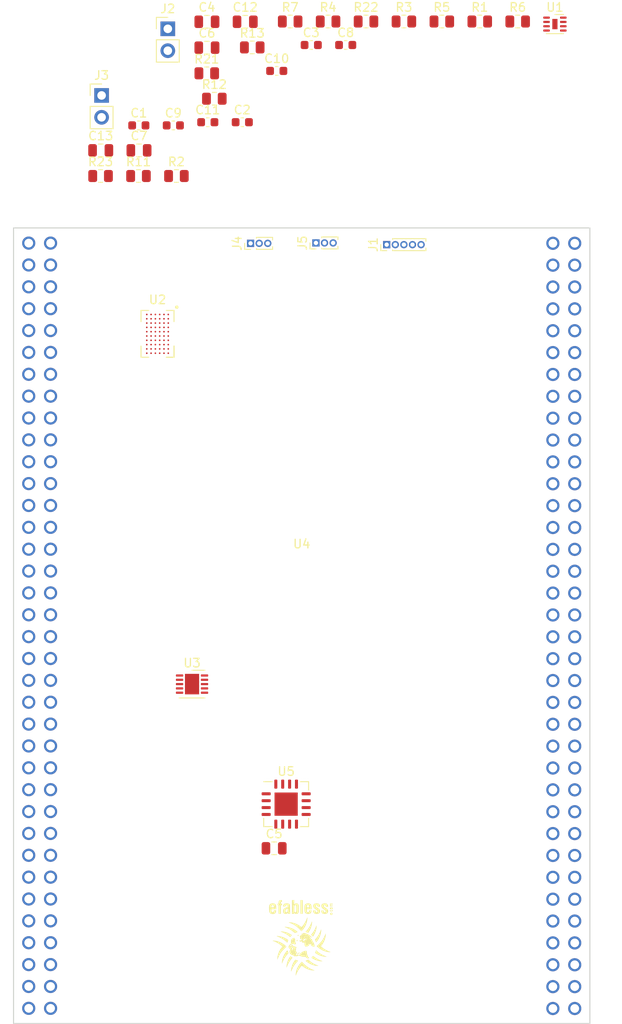
<source format=kicad_pcb>
(kicad_pcb (version 20211014) (generator pcbnew)
  (layers (0 "F.Cu" signal) (31 "B.Cu" signal) (34 "B.Paste" user) (35 "F.Paste" user) (36 "B.SilkS" user "B.Silkscreen") (37 "F.SilkS" user "F.Silkscreen") (38 "B.Mask" user) (39 "F.Mask" user) (44 "Edge.Cuts" user))
  (net 0 "")
  (net 1 "vdda1")
  (net 2 "GND")
  (net 3 "vccd")
  (net 4 "vdda")
  (net 5 "V3.3")
  (net 6 "V1.8")
  (net 7 "+5V")
  (net 8 "Net-(C7-Pad1)")
  (net 9 "vccd2")
  (net 10 "vdda2")
  (net 11 "Net-(C13-Pad1)")
  (net 12 "Net-(R1-Pad1)")
  (net 13 "Net-(R2-Pad1)")
  (net 14 "Net-(R3-Pad1)")
  (net 15 "Net-(R4-Pad1)")
  (net 16 "Net-(R5-Pad1)")
  (net 17 "I2C2_SDA")
  (net 18 "I2C2_SCL")
  (net 19 "Net-(R11-Pad1)")
  (net 20 "VOUT1")
  (net 21 "Net-(R13-Pad1)")
  (net 22 "Net-(R21-Pad1)")
  (net 23 "VOUT2")
  (net 24 "Net-(R23-Pad1)")
  (net 26 "PG0")
  (net 27 "PC8")
  (net 28 "PB4")
  (net 29 "PB1")
  (net 30 "PB6")
  (net 31 "PB12")
  (net 32 "PC6")
  (net 33 "PD7")
  (net 34 "PG1")
  (net 35 "PB5")
  (net 36 "PB15")
  (net 37 "PB2")
  (net 38 "PB8")
  (net 39 "PC9")
  (net 40 "~{RST}")
  (net 41 "PD6")
  (net 42 "PG3")
  (net 43 "PG15")
  (net 44 "PB9")
  (net 45 "TIM3_CH2")
  (net 46 "Caravel_CSB")
  (net 47 "PG2")
  (net 48 "PD5")
  (net 49 "mprj_io[13]")
  (net 50 "mprj_io[0]")
  (net 51 "Caravel_SCK")
  (net 52 "Caravel_D1")
  (net 53 "Caravel_D0")
  (net 54 "PD3")
  (net 55 "PC0")
  (net 56 "mprj_io[11]")
  (net 57 "mprj_io[9]")
  (net 58 "mprj_io[7]")
  (net 59 "UART3_TX")
  (net 60 "SPI5_CS")
  (net 61 "SPI5_MOSI")
  (net 62 "gpio")
  (net 63 "PD4")
  (net 64 "mprj_io[12]")
  (net 65 "mprj_io[10]")
  (net 66 "mprj_io[8]")
  (net 67 "UART3_RX")
  (net 68 "SPI5_SCK")
  (net 69 "SPI5_MISO")
  (footprint "Resistor_SMD:R_0805_2012Metric" (layer "F.Cu") (at 102.0996 41.0432)
    (fp_text reference "R13" (at 0 -1.65) (layer "F.SilkS"))
    (fp_text value "499 1% - 0805W8F1202T5E")
    (pad "1" smd roundrect (at -0.9125 0) (size 1.025 1.4) (layers "F.Cu" "F.Paste" "F.Mask") (roundrect_rratio 0.243902) (net 21 "Net-(R13-Pad1)"))
    (pad "2" smd roundrect (at 0.9125 0) (size 1.025 1.4) (layers "F.Cu" "F.Paste" "F.Mask") (roundrect_rratio 0.243902) (net 19 "Net-(R11-Pad1)"))
  )
  (footprint "Resistor_SMD:R_0805_2012Metric" (layer "F.Cu") (at 106.5096 38.0332)
    (fp_text reference "R7" (at 0 -1.65) (layer "F.SilkS"))
    (fp_text value "4.7K 1% - 0805W8F1202T5E")
    (pad "1" smd roundrect (at -0.9125 0) (size 1.025 1.4) (layers "F.Cu" "F.Paste" "F.Mask") (roundrect_rratio 0.243902) (net 7 "+5V"))
    (pad "2" smd roundrect (at 0.9125 0) (size 1.025 1.4) (layers "F.Cu" "F.Paste" "F.Mask") (roundrect_rratio 0.243902) (net 18 "I2C2_SCL"))
  )
  (footprint "Connector_PinHeader_1.00mm:PinHeader_1x05_P1.00mm_Vertical" (layer "F.Cu") (at 117.7356 63.9572 90)
    (fp_text reference "J1" (at 0 -1.56 90) (layer "F.SilkS"))
    (fp_text value "Conn_01x05_Female")
    (pad "1" thru_hole rect (at 0 0 90) (size 0.85 0.85) (drill 0.5) (layers *.Cu *.Mask) (net 10 "vdda2"))
    (pad "2" thru_hole oval (at 0 1 90) (size 0.85 0.85) (drill 0.5) (layers *.Cu *.Mask) (net 9 "vccd2"))
    (pad "3" thru_hole oval (at 0 2 90) (size 0.85 0.85) (drill 0.5) (layers *.Cu *.Mask) (net 62 "gpio"))
    (pad "4" thru_hole oval (at 0 3 90) (size 0.85 0.85) (drill 0.5) (layers *.Cu *.Mask) (net 45 "TIM3_CH2"))
    (pad "5" thru_hole oval (at 0 4 90) (size 0.85 0.85) (drill 0.5) (layers *.Cu *.Mask) (net 1 "vdda1"))
  )
  (footprint "Resistor_SMD:R_0805_2012Metric" (layer "F.Cu") (at 88.8696 55.9832)
    (fp_text reference "R11" (at 0 -1.65) (layer "F.SilkS"))
    (fp_text value "360 1% - 0805W8F1202T5E")
    (pad "1" smd roundrect (at -0.9125 0) (size 1.025 1.4) (layers "F.Cu" "F.Paste" "F.Mask") (roundrect_rratio 0.243902) (net 19 "Net-(R11-Pad1)"))
    (pad "2" smd roundrect (at 0.9125 0) (size 1.025 1.4) (layers "F.Cu" "F.Paste" "F.Mask") (roundrect_rratio 0.243902) (net 20 "VOUT1"))
  )
  (footprint "Resistor_SMD:R_0805_2012Metric" (layer "F.Cu") (at 115.3296 38.0332)
    (fp_text reference "R22" (at 0 -1.65) (layer "F.SilkS"))
    (fp_text value "4.02K 1% - 0805W8F1202T5E")
    (pad "1" smd roundrect (at -0.9125 0) (size 1.025 1.4) (layers "F.Cu" "F.Paste" "F.Mask") (roundrect_rratio 0.243902) (net 2 "GND"))
    (pad "2" smd roundrect (at 0.9125 0) (size 1.025 1.4) (layers "F.Cu" "F.Paste" "F.Mask") (roundrect_rratio 0.243902) (net 22 "Net-(R21-Pad1)"))
  )
  (footprint "Resistor_SMD:R_0805_2012Metric" (layer "F.Cu") (at 119.7396 38.0332)
    (fp_text reference "R3" (at 0 -1.65) (layer "F.SilkS"))
    (fp_text value "10k")
    (pad "1" smd roundrect (at -0.9125 0) (size 1.025 1.4) (layers "F.Cu" "F.Paste" "F.Mask") (roundrect_rratio 0.243902) (net 14 "Net-(R3-Pad1)"))
    (pad "2" smd roundrect (at 0.9125 0) (size 1.025 1.4) (layers "F.Cu" "F.Paste" "F.Mask") (roundrect_rratio 0.243902) (net 7 "+5V"))
  )
  (footprint "Package_DFN_QFN:QFN-16-1EP_5x5mm_P0.8mm_EP2.7x2.7mm" (layer "F.Cu") (at 106.0428 128.9566)
    (fp_text reference "U5" (at 0 -3.8) (layer "F.SilkS"))
    (fp_text value "MCP4661")
    (pad "1" smd roundrect (at -2.325 -1.2) (size 1.05 0.35) (layers "F.Cu" "F.Paste" "F.Mask") (net 2 "GND"))
    (pad "2" smd roundrect (at -2.325 -0.4) (size 1.05 0.35) (layers "F.Cu" "F.Paste" "F.Mask") (net 18 "I2C2_SCL"))
    (pad "3" smd roundrect (at -2.325 0.4) (size 1.05 0.35) (layers "F.Cu" "F.Paste" "F.Mask") (net 17 "I2C2_SDA"))
    (pad "4" smd roundrect (at -2.325 1.2) (size 1.05 0.35) (layers "F.Cu" "F.Paste" "F.Mask") (net 2 "GND"))
    (pad "5" smd roundrect (at -1.2 2.325) (size 0.35 1.05) (layers "F.Cu" "F.Paste" "F.Mask") (net 2 "GND"))
    (pad "6" smd roundrect (at -0.4 2.325) (size 0.35 1.05) (layers "F.Cu" "F.Paste" "F.Mask") (net 24 "Net-(R23-Pad1)"))
    (pad "7" smd roundrect (at 0.4 2.325) (size 0.35 1.05) (layers "F.Cu" "F.Paste" "F.Mask") (net 7 "+5V"))
    (pad "8" smd roundrect (at 1.2 2.325) (size 0.35 1.05) (layers "F.Cu" "F.Paste" "F.Mask") (net 7 "+5V"))
    (pad "9" smd roundrect (at 2.325 1.2) (size 1.05 0.35) (layers "F.Cu" "F.Paste" "F.Mask") (net 21 "Net-(R13-Pad1)"))
    (pad "10" smd roundrect (at 2.325 0.4) (size 1.05 0.35) (layers "F.Cu" "F.Paste" "F.Mask") (net 2 "GND"))
    (pad "11" smd roundrect (at 2.325 -0.4) (size 1.05 0.35) (layers "F.Cu" "F.Paste" "F.Mask") (net 16 "Net-(R5-Pad1)"))
    (pad "12" smd roundrect (at 2.325 -1.2) (size 1.05 0.35) (layers "F.Cu" "F.Paste" "F.Mask") (net 2 "GND"))
    (pad "13" smd roundrect (at 1.2 -2.325) (size 0.35 1.05) (layers "F.Cu" "F.Paste" "F.Mask") (net 2 "GND"))
    (pad "14" smd roundrect (at 0.4 -2.325) (size 0.35 1.05) (layers "F.Cu" "F.Paste" "F.Mask") (net 7 "+5V"))
    (pad "15" smd roundrect (at -0.4 -2.325) (size 0.35 1.05) (layers "F.Cu" "F.Paste" "F.Mask"))
    (pad "16" smd roundrect (at -1.2 -2.325) (size 0.35 1.05) (layers "F.Cu" "F.Paste" "F.Mask"))
    (pad "17" smd rect (at 0 0) (size 2.7 2.7) (layers "F.Cu" "F.Mask"))
  )
  (footprint "Capacitor_SMD:C_0805_2012Metric" (layer "F.Cu") (at 84.4796 53.0032)
    (fp_text reference "C13" (at 0 -1.68) (layer "F.SilkS"))
    (fp_text value "0.1uf - CC0805KRX7R9BB104")
    (pad "1" smd roundrect (at -0.95 0) (size 1 1.45) (layers "F.Cu" "F.Paste" "F.Mask") (net 11 "Net-(C13-Pad1)"))
    (pad "2" smd roundrect (at 0.95 0) (size 1 1.45) (layers "F.Cu" "F.Paste" "F.Mask") (net 2 "GND"))
  )
  (footprint "Connector_PinHeader_2.54mm:PinHeader_1x02_P2.54mm_Vertical" (layer "F.Cu") (at 92.2796 38.8832)
    (fp_text reference "J2" (at 0 -2.33) (layer "F.SilkS"))
    (fp_text value "Conn_01x02_Male")
    (pad "1" thru_hole rect (at 0 0) (size 1.7 1.7) (drill 1) (layers *.Cu *.Mask) (net 4 "vdda"))
    (pad "2" thru_hole oval (at 0 2.54) (size 1.7 1.7) (drill 1) (layers *.Cu *.Mask) (net 4 "vdda"))
  )
  (footprint "Resistor_SMD:R_0805_2012Metric" (layer "F.Cu") (at 110.9196 38.0332)
    (fp_text reference "R4" (at 0 -1.65) (layer "F.SilkS"))
    (fp_text value "10k")
    (pad "1" smd roundrect (at -0.9125 0) (size 1.025 1.4) (layers "F.Cu" "F.Paste" "F.Mask") (roundrect_rratio 0.243902) (net 15 "Net-(R4-Pad1)"))
    (pad "2" smd roundrect (at 0.9125 0) (size 1.025 1.4) (layers "F.Cu" "F.Paste" "F.Mask") (roundrect_rratio 0.243902) (net 7 "+5V"))
  )
  (footprint "Capacitor_SMD:C_0603_1608Metric" (layer "F.Cu") (at 112.9696 40.7632)
    (fp_text reference "C8" (at 0 -1.43) (layer "F.SilkS"))
    (fp_text value "0.1uf")
    (pad "1" smd roundrect (at -0.775 0) (size 0.9 0.95) (layers "F.Cu" "F.Paste" "F.Mask") (net 2 "GND"))
    (pad "2" smd roundrect (at 0.775 0) (size 0.9 0.95) (layers "F.Cu" "F.Paste" "F.Mask") (net 3 "vccd"))
  )
  (footprint "Capacitor_SMD:C_0603_1608Metric" (layer "F.Cu") (at 96.9296 49.7332)
    (fp_text reference "C11" (at 0 -1.43) (layer "F.SilkS"))
    (fp_text value "0.1uf")
    (pad "1" smd roundrect (at -0.775 0) (size 0.9 0.95) (layers "F.Cu" "F.Paste" "F.Mask") (net 2 "GND"))
    (pad "2" smd roundrect (at 0.775 0) (size 0.9 0.95) (layers "F.Cu" "F.Paste" "F.Mask") (net 10 "vdda2"))
  )
  (footprint "Caravel_Board:ef_logo" (layer "F.Cu") (at 107.696 140.97)
    (fp_text reference "T2" hide)
    (fp_text value "Logo" hide)
  )
  (footprint "Capacitor_SMD:C_0805_2012Metric" (layer "F.Cu") (at 101.2796 38.0632)
    (fp_text reference "C12" (at 0 -1.68) (layer "F.SilkS"))
    (fp_text value "10uf - CC0805KKX5R8BB106")
    (pad "1" smd roundrect (at -0.95 0) (size 1 1.45) (layers "F.Cu" "F.Paste" "F.Mask") (net 2 "GND"))
    (pad "2" smd roundrect (at 0.95 0) (size 1 1.45) (layers "F.Cu" "F.Paste" "F.Mask") (net 7 "+5V"))
  )
  (footprint "Capacitor_SMD:C_0805_2012Metric" (layer "F.Cu") (at 88.9296 53.0032)
    (fp_text reference "C7" (at 0 -1.68) (layer "F.SilkS"))
    (fp_text value "0.1uf - CC0805KRX7R9BB104")
    (pad "1" smd roundrect (at -0.95 0) (size 1 1.45) (layers "F.Cu" "F.Paste" "F.Mask") (net 8 "Net-(C7-Pad1)"))
    (pad "2" smd roundrect (at 0.95 0) (size 1 1.45) (layers "F.Cu" "F.Paste" "F.Mask") (net 2 "GND"))
  )
  (footprint "Caravel_Board:logo" (layer "F.Cu") (at 107.7976 145.4912)
    (fp_text reference "T1" hide)
    (fp_text value "Logo" hide)
  )
  (footprint "Capacitor_SMD:C_0603_1608Metric" (layer "F.Cu") (at 104.9496 43.7732)
    (fp_text reference "C10" (at 0 -1.43) (layer "F.SilkS"))
    (fp_text value "0.1uf")
    (pad "1" smd roundrect (at -0.775 0) (size 0.9 0.95) (layers "F.Cu" "F.Paste" "F.Mask") (net 2 "GND"))
    (pad "2" smd roundrect (at 0.775 0) (size 0.9 0.95) (layers "F.Cu" "F.Paste" "F.Mask") (net 4 "vdda"))
  )
  (footprint "Connector_PinHeader_2.54mm:PinHeader_1x02_P2.54mm_Vertical" (layer "F.Cu") (at 84.5796 46.6232)
    (fp_text reference "J3" (at 0 -2.33) (layer "F.SilkS"))
    (fp_text value "Conn_01x02_Male")
    (pad "1" thru_hole rect (at 0 0) (size 1.7 1.7) (drill 1) (layers *.Cu *.Mask) (net 3 "vccd"))
    (pad "2" thru_hole oval (at 0 2.54) (size 1.7 1.7) (drill 1) (layers *.Cu *.Mask) (net 3 "vccd"))
  )
  (footprint "Caravel_Board:ST_Morpho_Connectors_144" (layer "F.Cu") (at 107.8992 98.6028)
    (fp_text reference "U4" (at -0.045 0.13) (layer "F.SilkS"))
    (fp_text value "NUCLEO144-F429ZI")
    (fp_line (start -33.56 55.84) (end 33.47 55.84) (layer "Edge.Cuts") (width 0.12))
    (fp_line (start -33.56 -36.59) (end 33.47 -36.59) (layer "Edge.Cuts") (width 0.12))
    (fp_line (start -33.56 -36.59) (end -33.56 55.84) (layer "Edge.Cuts") (width 0.12))
    (fp_line (start 33.47 -36.59) (end 33.47 55.84) (layer "Edge.Cuts") (width 0.12))
    (pad "1" thru_hole circle (at -31.795 -34.825) (size 1.53 1.53) (drill 1.02) (layers *.Cu *.Mask) (net 59 "UART3_TX"))
    (pad "2" thru_hole circle (at -29.255 -34.825) (size 1.53 1.53) (drill 1.02) (layers *.Cu *.Mask) (net 67 "UART3_RX"))
    (pad "3" thru_hole circle (at -31.795 -32.285) (size 1.53 1.53) (drill 1.02) (layers *.Cu *.Mask))
    (pad "4" thru_hole circle (at -29.255 -32.285) (size 1.53 1.53) (drill 1.02) (layers *.Cu *.Mask) (net 49 "mprj_io[13]"))
    (pad "5" thru_hole circle (at -31.795 -29.745) (size 1.53 1.53) (drill 1.02) (layers *.Cu *.Mask))
    (pad "6" thru_hole circle (at -29.255 -29.745) (size 1.53 1.53) (drill 1.02) (layers *.Cu *.Mask))
    (pad "7" thru_hole circle (at -31.795 -27.205) (size 1.53 1.53) (drill 1.02) (layers *.Cu *.Mask))
    (pad "8" thru_hole circle (at -29.255 -27.205) (size 1.53 1.53) (drill 1.02) (layers *.Cu *.Mask) (net 2 "GND"))
    (pad "9" thru_hole circle (at -31.795 -24.665) (size 1.53 1.53) (drill 1.02) (layers *.Cu *.Mask) (net 60 "SPI5_CS"))
    (pad "10" thru_hole circle (at -29.255 -24.665) (size 1.53 1.53) (drill 1.02) (layers *.Cu *.Mask))
    (pad "11" thru_hole circle (at -31.795 -22.125) (size 1.53 1.53) (drill 1.02) (layers *.Cu *.Mask) (net 68 "SPI5_SCK"))
    (pad "12" thru_hole circle (at -29.255 -22.125) (size 1.53 1.53) (drill 1.02) (layers *.Cu *.Mask))
    (pad "13" thru_hole circle (at -31.795 -19.585) (size 1.53 1.53) (drill 1.02) (layers *.Cu *.Mask) (net 64 "mprj_io[12]"))
    (pad "14" thru_hole circle (at -29.255 -19.585) (size 1.53 1.53) (drill 1.02) (layers *.Cu *.Mask) (net 40 "~{RST}"))
    (pad "15" thru_hole circle (at -31.795 -17.045) (size 1.53 1.53) (drill 1.02) (layers *.Cu *.Mask) (net 56 "mprj_io[11]"))
    (pad "16" thru_hole circle (at -29.255 -17.045) (size 1.53 1.53) (drill 1.02) (layers *.Cu *.Mask))
    (pad "17" thru_hole circle (at -31.795 -14.505) (size 1.53 1.53) (drill 1.02) (layers *.Cu *.Mask) (net 65 "mprj_io[10]"))
    (pad "18" thru_hole circle (at -29.255 -14.505) (size 1.53 1.53) (drill 1.02) (layers *.Cu *.Mask) (net 7 "+5V"))
    (pad "19" thru_hole circle (at -31.795 -11.965) (size 1.53 1.53) (drill 1.02) (layers *.Cu *.Mask) (net 2 "GND"))
    (pad "20" thru_hole circle (at -29.255 -11.965) (size 1.53 1.53) (drill 1.02) (layers *.Cu *.Mask) (net 2 "GND"))
    (pad "21" thru_hole circle (at -31.795 -9.425) (size 1.53 1.53) (drill 1.02) (layers *.Cu *.Mask))
    (pad "22" thru_hole circle (at -29.255 -9.425) (size 1.53 1.53) (drill 1.02) (layers *.Cu *.Mask) (net 2 "GND"))
    (pad "23" thru_hole circle (at -31.795 -6.885) (size 1.53 1.53) (drill 1.02) (layers *.Cu *.Mask))
    (pad "24" thru_hole circle (at -29.255 -6.885) (size 1.53 1.53) (drill 1.02) (layers *.Cu *.Mask))
    (pad "25" thru_hole circle (at -31.795 -4.345) (size 1.53 1.53) (drill 1.02) (layers *.Cu *.Mask))
    (pad "26" thru_hole circle (at -29.255 -4.345) (size 1.53 1.53) (drill 1.02) (layers *.Cu *.Mask))
    (pad "27" thru_hole circle (at -31.795 -1.805) (size 1.53 1.53) (drill 1.02) (layers *.Cu *.Mask))
    (pad "28" thru_hole circle (at -29.255 -1.805) (size 1.53 1.53) (drill 1.02) (layers *.Cu *.Mask) (net 57 "mprj_io[9]"))
    (pad "29" thru_hole circle (at -31.795 0.735) (size 1.53 1.53) (drill 1.02) (layers *.Cu *.Mask))
    (pad "30" thru_hole circle (at -29.255 0.735) (size 1.53 1.53) (drill 1.02) (layers *.Cu *.Mask))
    (pad "31" thru_hole circle (at -31.795 3.275) (size 1.53 1.53) (drill 1.02) (layers *.Cu *.Mask))
    (pad "32" thru_hole circle (at -29.255 3.275) (size 1.53 1.53) (drill 1.02) (layers *.Cu *.Mask) (net 66 "mprj_io[8]"))
    (pad "33" thru_hole circle (at -31.795 5.815) (size 1.53 1.53) (drill 1.02) (layers *.Cu *.Mask))
    (pad "34" thru_hole circle (at -29.255 5.815) (size 1.53 1.53) (drill 1.02) (layers *.Cu *.Mask))
    (pad "35" thru_hole circle (at -31.795 8.355) (size 1.53 1.53) (drill 1.02) (layers *.Cu *.Mask) (net 58 "mprj_io[7]"))
    (pad "36" thru_hole circle (at -29.255 8.355) (size 1.53 1.53) (drill 1.02) (layers *.Cu *.Mask))
    (pad "37" thru_hole circle (at -31.795 10.895) (size 1.53 1.53) (drill 1.02) (layers *.Cu *.Mask) (net 50 "mprj_io[0]"))
    (pad "38" thru_hole circle (at -29.255 10.895) (size 1.53 1.53) (drill 1.02) (layers *.Cu *.Mask) (net 55 "PC0"))
    (pad "39" thru_hole circle (at -31.795 13.435) (size 1.53 1.53) (drill 1.02) (layers *.Cu *.Mask) (net 63 "PD4"))
    (pad "40" thru_hole circle (at -29.255 13.435) (size 1.53 1.53) (drill 1.02) (layers *.Cu *.Mask) (net 54 "PD3"))
    (pad "41" thru_hole circle (at -31.795 15.975) (size 1.53 1.53) (drill 1.02) (layers *.Cu *.Mask) (net 48 "PD5"))
    (pad "42" thru_hole circle (at -29.255 15.975) (size 1.53 1.53) (drill 1.02) (layers *.Cu *.Mask) (net 47 "PG2"))
    (pad "43" thru_hole circle (at -31.795 18.515) (size 1.53 1.53) (drill 1.02) (layers *.Cu *.Mask) (net 41 "PD6"))
    (pad "44" thru_hole circle (at -29.255 18.515) (size 1.53 1.53) (drill 1.02) (layers *.Cu *.Mask) (net 42 "PG3"))
    (pad "45" thru_hole circle (at -31.795 21.055) (size 1.53 1.53) (drill 1.02) (layers *.Cu *.Mask) (net 33 "PD7"))
    (pad "46" thru_hole circle (at -29.255 21.055) (size 1.53 1.53) (drill 1.02) (layers *.Cu *.Mask))
    (pad "47" thru_hole circle (at -31.795 23.595) (size 1.53 1.53) (drill 1.02) (layers *.Cu *.Mask))
    (pad "48" thru_hole circle (at -29.255 23.595) (size 1.53 1.53) (drill 1.02) (layers *.Cu *.Mask))
    (pad "49" thru_hole circle (at -31.795 26.135) (size 1.53 1.53) (drill 1.02) (layers *.Cu *.Mask) (net 2 "GND"))
    (pad "50" thru_hole circle (at -29.255 26.135) (size 1.53 1.53) (drill 1.02) (layers *.Cu *.Mask))
    (pad "51" thru_hole circle (at -31.795 28.675) (size 1.53 1.53) (drill 1.02) (layers *.Cu *.Mask) (net 18 "I2C2_SCL"))
    (pad "52" thru_hole circle (at -29.255 28.675) (size 1.53 1.53) (drill 1.02) (layers *.Cu *.Mask))
    (pad "53" thru_hole circle (at -31.795 31.215) (size 1.53 1.53) (drill 1.02) (layers *.Cu *.Mask) (net 17 "I2C2_SDA"))
    (pad "54" thru_hole circle (at -29.255 31.215) (size 1.53 1.53) (drill 1.02) (layers *.Cu *.Mask) (net 69 "SPI5_MISO"))
    (pad "55" thru_hole circle (at -31.795 33.755) (size 1.53 1.53) (drill 1.02) (layers *.Cu *.Mask))
    (pad "56" thru_hole circle (at -29.255 33.755) (size 1.53 1.53) (drill 1.02) (layers *.Cu *.Mask) (net 61 "SPI5_MOSI"))
    (pad "57" thru_hole circle (at -31.795 36.295) (size 1.53 1.53) (drill 1.02) (layers *.Cu *.Mask))
    (pad "58" thru_hole circle (at -29.255 36.295) (size 1.53 1.53) (drill 1.02) (layers *.Cu *.Mask) (net 34 "PG1"))
    (pad "59" thru_hole circle (at -31.795 38.835) (size 1.53 1.53) (drill 1.02) (layers *.Cu *.Mask) (net 26 "PG0"))
    (pad "60" thru_hole circle (at -29.255 38.835) (size 1.53 1.53) (drill 1.02) (layers *.Cu *.Mask) (net 2 "GND"))
    (pad "61" thru_hole circle (at -31.795 41.375) (size 1.53 1.53) (drill 1.02) (layers *.Cu *.Mask))
    (pad "62" thru_hole circle (at -29.255 41.375) (size 1.53 1.53) (drill 1.02) (layers *.Cu *.Mask))
    (pad "63" thru_hole circle (at -31.795 43.915) (size 1.53 1.53) (drill 1.02) (layers *.Cu *.Mask))
    (pad "64" thru_hole circle (at -29.255 43.915) (size 1.53 1.53) (drill 1.02) (layers *.Cu *.Mask) (net 42 "PG3"))
    (pad "65" thru_hole circle (at -31.795 46.455) (size 1.53 1.53) (drill 1.02) (layers *.Cu *.Mask))
    (pad "66" thru_hole circle (at -29.255 46.455) (size 1.53 1.53) (drill 1.02) (layers *.Cu *.Mask))
    (pad "67" thru_hole circle (at -31.795 48.995) (size 1.53 1.53) (drill 1.02) (layers *.Cu *.Mask))
    (pad "68" thru_hole circle (at -29.255 48.995) (size 1.53 1.53) (drill 1.02) (layers *.Cu *.Mask))
    (pad "69" thru_hole circle (at -31.795 51.535) (size 1.53 1.53) (drill 1.02) (layers *.Cu *.Mask))
    (pad "70" thru_hole circle (at -29.255 51.535) (size 1.53 1.53) (drill 1.02) (layers *.Cu *.Mask))
    (pad "71" thru_hole circle (at -31.795 54.075) (size 1.53 1.53) (drill 1.02) (layers *.Cu *.Mask) (net 2 "GND"))
    (pad "72" thru_hole circle (at -29.255 54.075) (size 1.53 1.53) (drill 1.02) (layers *.Cu *.Mask) (net 2 "GND"))
    (pad "73" thru_hole circle (at 29.165 -34.805) (size 1.53 1.53) (drill 1.02) (layers *.Cu *.Mask) (net 39 "PC9"))
    (pad "74" thru_hole circle (at 31.705 -34.805) (size 1.53 1.53) (drill 1.02) (layers *.Cu *.Mask))
    (pad "75" thru_hole circle (at 29.165 -32.265) (size 1.53 1.53) (drill 1.02) (layers *.Cu *.Mask))
    (pad "76" thru_hole circle (at 31.705 -32.265) (size 1.53 1.53) (drill 1.02) (layers *.Cu *.Mask))
    (pad "77" thru_hole circle (at 29.165 -29.725) (size 1.53 1.53) (drill 1.02) (layers *.Cu *.Mask))
    (pad "78" thru_hole circle (at 31.705 -29.725) (size 1.53 1.53) (drill 1.02) (layers *.Cu *.Mask))
    (pad "79" thru_hole circle (at 29.165 -27.185) (size 1.53 1.53) (drill 1.02) (layers *.Cu *.Mask))
    (pad "80" thru_hole circle (at 31.705 -27.185) (size 1.53 1.53) (drill 1.02) (layers *.Cu *.Mask))
    (pad "81" thru_hole circle (at 29.165 -24.645) (size 1.53 1.53) (drill 1.02) (layers *.Cu *.Mask) (net 2 "GND"))
    (pad "82" thru_hole circle (at 31.705 -24.645) (size 1.53 1.53) (drill 1.02) (layers *.Cu *.Mask))
    (pad "83" thru_hole circle (at 29.165 -22.105) (size 1.53 1.53) (drill 1.02) (layers *.Cu *.Mask))
    (pad "84" thru_hole circle (at 31.705 -22.105) (size 1.53 1.53) (drill 1.02) (layers *.Cu *.Mask))
    (pad "85" thru_hole circle (at 29.165 -19.565) (size 1.53 1.53) (drill 1.02) (layers *.Cu *.Mask))
    (pad "86" thru_hole circle (at 31.705 -19.565) (size 1.53 1.53) (drill 1.02) (layers *.Cu *.Mask))
    (pad "87" thru_hole circle (at 29.165 -17.025) (size 1.53 1.53) (drill 1.02) (layers *.Cu *.Mask))
    (pad "88" thru_hole circle (at 31.705 -17.025) (size 1.53 1.53) (drill 1.02) (layers *.Cu *.Mask))
    (pad "89" thru_hole circle (at 29.165 -14.485) (size 1.53 1.53) (drill 1.02) (layers *.Cu *.Mask))
    (pad "90" thru_hole circle (at 31.705 -14.485) (size 1.53 1.53) (drill 1.02) (layers *.Cu *.Mask))
    (pad "91" thru_hole circle (at 29.165 -11.945) (size 1.53 1.53) (drill 1.02) (layers *.Cu *.Mask))
    (pad "92" thru_hole circle (at 31.705 -11.945) (size 1.53 1.53) (drill 1.02) (layers *.Cu *.Mask) (net 2 "GND"))
    (pad "93" thru_hole circle (at 29.165 -9.405) (size 1.53 1.53) (drill 1.02) (layers *.Cu *.Mask))
    (pad "94" thru_hole circle (at 31.705 -9.405) (size 1.53 1.53) (drill 1.02) (layers *.Cu *.Mask))
    (pad "95" thru_hole circle (at 29.165 -6.865) (size 1.53 1.53) (drill 1.02) (layers *.Cu *.Mask))
    (pad "96" thru_hole circle (at 31.705 -6.865) (size 1.53 1.53) (drill 1.02) (layers *.Cu *.Mask))
    (pad "97" thru_hole circle (at 29.165 -4.325) (size 1.53 1.53) (drill 1.02) (layers *.Cu *.Mask))
    (pad "98" thru_hole circle (at 31.705 -4.325) (size 1.53 1.53) (drill 1.02) (layers *.Cu *.Mask))
    (pad "99" thru_hole circle (at 29.165 -1.785) (size 1.53 1.53) (drill 1.02) (layers *.Cu *.Mask))
    (pad "100" thru_hole circle (at 31.705 -1.785) (size 1.53 1.53) (drill 1.02) (layers *.Cu *.Mask))
    (pad "101" thru_hole circle (at 29.165 0.755) (size 1.53 1.53) (drill 1.02) (layers *.Cu *.Mask) (net 45 "TIM3_CH2"))
    (pad "102" thru_hole circle (at 31.705 0.755) (size 1.53 1.53) (drill 1.02) (layers *.Cu *.Mask))
    (pad "103" thru_hole circle (at 29.165 3.295) (size 1.53 1.53) (drill 1.02) (layers *.Cu *.Mask))
    (pad "104" thru_hole circle (at 31.705 3.295) (size 1.53 1.53) (drill 1.02) (layers *.Cu *.Mask) (net 2 "GND"))
    (pad "105" thru_hole circle (at 29.165 5.835) (size 1.53 1.53) (drill 1.02) (layers *.Cu *.Mask))
    (pad "106" thru_hole circle (at 31.705 5.835) (size 1.53 1.53) (drill 1.02) (layers *.Cu *.Mask))
    (pad "107" thru_hole circle (at 29.165 8.375) (size 1.53 1.53) (drill 1.02) (layers *.Cu *.Mask))
    (pad "108" thru_hole circle (at 31.705 8.375) (size 1.53 1.53) (drill 1.02) (layers *.Cu *.Mask))
    (pad "109" thru_hole circle (at 29.165 10.915) (size 1.53 1.53) (drill 1.02) (layers *.Cu *.Mask))
    (pad "110" thru_hole circle (at 31.705 10.915) (size 1.53 1.53) (drill 1.02) (layers *.Cu *.Mask))
    (pad "111" thru_hole circle (at 29.165 13.455) (size 1.53 1.53) (drill 1.02) (layers *.Cu *.Mask) (net 2 "GND"))
    (pad "112" thru_hole circle (at 31.705 13.455) (size 1.53 1.53) (drill 1.02) (layers *.Cu *.Mask))
    (pad "113" thru_hole circle (at 29.165 15.995) (size 1.53 1.53) (drill 1.02) (layers *.Cu *.Mask))
    (pad "114" thru_hole circle (at 31.705 15.995) (size 1.53 1.53) (drill 1.02) (layers *.Cu *.Mask))
    (pad "115" thru_hole circle (at 29.165 18.535) (size 1.53 1.53) (drill 1.02) (layers *.Cu *.Mask))
    (pad "116" thru_hole circle (at 31.705 18.535) (size 1.53 1.53) (drill 1.02) (layers *.Cu *.Mask))
    (pad "117" thru_hole circle (at 29.165 21.075) (size 1.53 1.53) (drill 1.02) (layers *.Cu *.Mask))
    (pad "118" thru_hole circle (at 31.705 21.075) (size 1.53 1.53) (drill 1.02) (layers *.Cu *.Mask))
    (pad "119" thru_hole circle (at 29.165 23.615) (size 1.53 1.53) (drill 1.02) (layers *.Cu *.Mask))
    (pad "120" thru_hole circle (at 31.705 23.615) (size 1.53 1.53) (drill 1.02) (layers *.Cu *.Mask))
    (pad "121" thru_hole circle (at 29.165 26.155) (size 1.53 1.53) (drill 1.02) (layers *.Cu *.Mask) (net 51 "Caravel_SCK"))
    (pad "122" thru_hole circle (at 31.705 26.155) (size 1.53 1.53) (drill 1.02) (layers *.Cu *.Mask))
    (pad "123" thru_hole circle (at 29.165 28.695) (size 1.53 1.53) (drill 1.02) (layers *.Cu *.Mask) (net 53 "Caravel_D0"))
    (pad "124" thru_hole circle (at 31.705 28.695) (size 1.53 1.53) (drill 1.02) (layers *.Cu *.Mask))
    (pad "125" thru_hole circle (at 29.165 31.235) (size 1.53 1.53) (drill 1.02) (layers *.Cu *.Mask))
    (pad "126" thru_hole circle (at 31.705 31.235) (size 1.53 1.53) (drill 1.02) (layers *.Cu *.Mask) (net 2 "GND"))
    (pad "127" thru_hole circle (at 29.165 33.775) (size 1.53 1.53) (drill 1.02) (layers *.Cu *.Mask) (net 52 "Caravel_D1"))
    (pad "128" thru_hole circle (at 31.705 33.775) (size 1.53 1.53) (drill 1.02) (layers *.Cu *.Mask) (net 46 "Caravel_CSB"))
    (pad "129" thru_hole circle (at 29.165 36.315) (size 1.53 1.53) (drill 1.02) (layers *.Cu *.Mask))
    (pad "130" thru_hole circle (at 31.705 36.315) (size 1.53 1.53) (drill 1.02) (layers *.Cu *.Mask))
    (pad "131" thru_hole circle (at 29.165 38.855) (size 1.53 1.53) (drill 1.02) (layers *.Cu *.Mask))
    (pad "132" thru_hole circle (at 31.705 38.855) (size 1.53 1.53) (drill 1.02) (layers *.Cu *.Mask))
    (pad "133" thru_hole circle (at 29.165 41.395) (size 1.53 1.53) (drill 1.02) (layers *.Cu *.Mask))
    (pad "134" thru_hole circle (at 31.705 41.395) (size 1.53 1.53) (drill 1.02) (layers *.Cu *.Mask))
    (pad "135" thru_hole circle (at 29.165 43.935) (size 1.53 1.53) (drill 1.02) (layers *.Cu *.Mask) (net 2 "GND"))
    (pad "136" thru_hole circle (at 31.705 43.935) (size 1.53 1.53) (drill 1.02) (layers *.Cu *.Mask))
    (pad "137" thru_hole circle (at 29.165 46.475) (size 1.53 1.53) (drill 1.02) (layers *.Cu *.Mask))
    (pad "138" thru_hole circle (at 31.705 46.475) (size 1.53 1.53) (drill 1.02) (layers *.Cu *.Mask))
    (pad "139" thru_hole circle (at 29.165 49.015) (size 1.53 1.53) (drill 1.02) (layers *.Cu *.Mask))
    (pad "140" thru_hole circle (at 31.705 49.015) (size 1.53 1.53) (drill 1.02) (layers *.Cu *.Mask))
    (pad "141" thru_hole circle (at 29.165 51.555) (size 1.53 1.53) (drill 1.02) (layers *.Cu *.Mask))
    (pad "142" thru_hole circle (at 31.705 51.555) (size 1.53 1.53) (drill 1.02) (layers *.Cu *.Mask))
    (pad "143" thru_hole circle (at 29.165 54.095) (size 1.53 1.53) (drill 1.02) (layers *.Cu *.Mask) (net 2 "GND"))
    (pad "144" thru_hole circle (at 31.705 54.095) (size 1.53 1.53) (drill 1.02) (layers *.Cu *.Mask) (net 2 "GND"))
  )
  (footprint "Capacitor_SMD:C_0603_1608Metric" (layer "F.Cu") (at 100.9396 49.7332)
    (fp_text reference "C2" (at 0 -1.43) (layer "F.SilkS"))
    (fp_text value "0.1uf")
    (pad "1" smd roundrect (at -0.775 0) (size 0.9 0.95) (layers "F.Cu" "F.Paste" "F.Mask") (net 2 "GND"))
    (pad "2" smd roundrect (at 0.775 0) (size 0.9 0.95) (layers "F.Cu" "F.Paste" "F.Mask") (net 3 "vccd"))
  )
  (footprint "Resistor_SMD:R_0805_2012Metric" (layer "F.Cu") (at 124.1496 38.0332)
    (fp_text reference "R5" (at 0 -1.65) (layer "F.SilkS"))
    (fp_text value "10k")
    (pad "1" smd roundrect (at -0.9125 0) (size 1.025 1.4) (layers "F.Cu" "F.Paste" "F.Mask") (roundrect_rratio 0.243902) (net 16 "Net-(R5-Pad1)"))
    (pad "2" smd roundrect (at 0.9125 0) (size 1.025 1.4) (layers "F.Cu" "F.Paste" "F.Mask") (roundrect_rratio 0.243902) (net 7 "+5V"))
  )
  (footprint "Capacitor_SMD:C_0603_1608Metric" (layer "F.Cu") (at 108.9596 40.7632)
    (fp_text reference "C3" (at 0 -1.43) (layer "F.SilkS"))
    (fp_text value "0.1uf")
    (pad "1" smd roundrect (at -0.775 0) (size 0.9 0.95) (layers "F.Cu" "F.Paste" "F.Mask") (net 4 "vdda"))
    (pad "2" smd roundrect (at 0.775 0) (size 0.9 0.95) (layers "F.Cu" "F.Paste" "F.Mask") (net 2 "GND"))
  )
  (footprint "Connector_PinHeader_1.00mm:PinHeader_1x03_P1.00mm_Vertical" (layer "F.Cu") (at 109.506 63.7568 90)
    (fp_text reference "J5" (at 0 -1.56 90) (layer "F.SilkS"))
    (fp_text value "Conn_01x03")
    (pad "1" thru_hole rect (at 0 0 90) (size 0.85 0.85) (drill 0.5) (layers *.Cu *.Mask) (net 5 "V3.3"))
    (pad "2" thru_hole oval (at 0 1 90) (size 0.85 0.85) (drill 0.5) (layers *.Cu *.Mask) (net 4 "vdda"))
    (pad "3" thru_hole oval (at 0 2 90) (size 0.85 0.85) (drill 0.5) (layers *.Cu *.Mask) (net 20 "VOUT1"))
  )
  (footprint "Caravel_Board:Caravel_WCSP" (layer "F.Cu") (at 91.0844 74.3204)
    (fp_text reference "U2" (at 0 -3.9624) (layer "F.SilkS"))
    (fp_text value "Caravel")
    (pad "A1" smd circle (at 1.25 -2.25 90) (size 0.19 0.19) (layers "F.Cu" "F.Paste" "F.Mask") (net 26 "PG0"))
    (pad "A2" smd circle (at 1.25 -1.75 270) (size 0.19 0.19) (layers "F.Cu" "F.Paste" "F.Mask") (net 9 "vccd2"))
    (pad "A3" smd circle (at 1.25 -1.25 270) (size 0.19 0.19) (layers "F.Cu" "F.Paste" "F.Mask") (net 27 "PC8"))
    (pad "A4" smd circle (at 1.25 -0.75 270) (size 0.19 0.19) (layers "F.Cu" "F.Paste" "F.Mask") (net 28 "PB4"))
    (pad "A5" smd circle (at 1.25 -0.25 270) (size 0.19 0.19) (layers "F.Cu" "F.Paste" "F.Mask") (net 29 "PB1"))
    (pad "A6" smd circle (at 1.25 0.25 270) (size 0.19 0.19) (layers "F.Cu" "F.Paste" "F.Mask") (net 30 "PB6"))
    (pad "A7" smd circle (at 1.25 0.75 270) (size 0.19 0.19) (layers "F.Cu" "F.Paste" "F.Mask") (net 31 "PB12"))
    (pad "A8" smd circle (at 1.25 1.25 270) (size 0.19 0.19) (layers "F.Cu" "F.Paste" "F.Mask") (net 32 "PC6"))
    (pad "A9" smd circle (at 1.25 1.75 270) (size 0.19 0.19) (layers "F.Cu" "F.Paste" "F.Mask") (net 27 "PC8"))
    (pad "A10" smd circle (at 1.25 2.25 270) (size 0.19 0.19) (layers "F.Cu" "F.Paste" "F.Mask") (net 3 "vccd"))
    (pad "B1" smd circle (at 0.75 -2.25 270) (size 0.19 0.19) (layers "F.Cu" "F.Paste" "F.Mask") (net 33 "PD7"))
    (pad "B2" smd circle (at 0.75 -1.75 270) (size 0.19 0.19) (layers "F.Cu" "F.Paste" "F.Mask") (net 34 "PG1"))
    (pad "B3" smd circle (at 0.75 -1.25 270) (size 0.19 0.19) (layers "F.Cu" "F.Paste" "F.Mask") (net 2 "GND"))
    (pad "B4" smd circle (at 0.75 -0.75 270) (size 0.19 0.19) (layers "F.Cu" "F.Paste" "F.Mask") (net 35 "PB5"))
    (pad "B5" smd circle (at 0.75 -0.25 270) (size 0.19 0.19) (layers "F.Cu" "F.Paste" "F.Mask") (net 36 "PB15"))
    (pad "B6" smd circle (at 0.75 0.25 270) (size 0.19 0.19) (layers "F.Cu" "F.Paste" "F.Mask") (net 37 "PB2"))
    (pad "B7" smd circle (at 0.75 0.75 270) (size 0.19 0.19) (layers "F.Cu" "F.Paste" "F.Mask") (net 2 "GND"))
    (pad "B8" smd circle (at 0.75 1.25 270) (size 0.19 0.19) (layers "F.Cu" "F.Paste" "F.Mask") (net 38 "PB8"))
    (pad "B9" smd circle (at 0.75 1.75 270) (size 0.19 0.19) (layers "F.Cu" "F.Paste" "F.Mask") (net 39 "PC9"))
    (pad "B10" smd circle (at 0.75 2.25 270) (size 0.19 0.19) (layers "F.Cu" "F.Paste" "F.Mask") (net 40 "~{RST}"))
    (pad "C1" smd circle (at 0.25 -2.25 270) (size 0.19 0.19) (layers "F.Cu" "F.Paste" "F.Mask") (net 41 "PD6"))
    (pad "C2" smd circle (at 0.25 -1.75 270) (size 0.19 0.19) (layers "F.Cu" "F.Paste" "F.Mask") (net 42 "PG3"))
    (pad "C3" smd circle (at 0.25 -1.25 270) (size 0.19 0.19) (layers "F.Cu" "F.Paste" "F.Mask") (net 43 "PG15"))
    (pad "C4" smd circle (at 0.25 -0.75 270) (size 0.19 0.19) (layers "F.Cu" "F.Paste" "F.Mask") (net 4 "vdda"))
    (pad "C5" smd circle (at 0.25 -0.25 270) (size 0.19 0.19) (layers "F.Cu" "F.Paste" "F.Mask") (net 2 "GND"))
    (pad "C6" smd circle (at 0.25 0.25 270) (size 0.19 0.19) (layers "F.Cu" "F.Paste" "F.Mask") (net 2 "GND"))
    (pad "C7" smd circle (at 0.25 0.75 270) (size 0.19 0.19) (layers "F.Cu" "F.Paste" "F.Mask") (net 10 "vdda2"))
    (pad "C8" smd circle (at 0.25 1.25 270) (size 0.19 0.19) (layers "F.Cu" "F.Paste" "F.Mask") (net 44 "PB9"))
    (pad "C9" smd circle (at 0.25 1.75 270) (size 0.19 0.19) (layers "F.Cu" "F.Paste" "F.Mask") (net 45 "TIM3_CH2"))
    (pad "C10" smd circle (at 0.25 2.25 270) (size 0.19 0.19) (layers "F.Cu" "F.Paste" "F.Mask") (net 46 "Caravel_CSB"))
    (pad "D1" smd circle (at -0.25 -2.25 270) (size 0.19 0.19) (layers "F.Cu" "F.Paste" "F.Mask") (net 47 "PG2"))
    (pad "D2" smd circle (at -0.25 -1.75 270) (size 0.19 0.19) (layers "F.Cu" "F.Paste" "F.Mask") (net 48 "PD5"))
    (pad "D3" smd circle (at -0.25 -1.25 270) (size 0.19 0.19) (layers "F.Cu" "F.Paste" "F.Mask") (net 49 "mprj_io[13]"))
    (pad "D4" smd circle (at -0.25 -0.75 270) (size 0.19 0.19) (layers "F.Cu" "F.Paste" "F.Mask") (net 1 "vdda1"))
    (pad "D5" smd circle (at -0.25 -0.25 270) (size 0.19 0.19) (layers "F.Cu" "F.Paste" "F.Mask") (net 2 "GND"))
    (pad "D6" smd circle (at -0.25 0.25 270) (size 0.19 0.19) (layers "F.Cu" "F.Paste" "F.Mask") (net 2 "GND"))
    (pad "D7" smd circle (at -0.25 0.75 270) (size 0.19 0.19) (layers "F.Cu" "F.Paste" "F.Mask") (net 50 "mprj_io[0]"))
    (pad "D8" smd circle (at -0.25 1.25 270) (size 0.19 0.19) (layers "F.Cu" "F.Paste" "F.Mask") (net 51 "Caravel_SCK"))
    (pad "D9" smd circle (at -0.25 1.75 270) (size 0.19 0.19) (layers "F.Cu" "F.Paste" "F.Mask") (net 52 "Caravel_D1"))
    (pad "D10" smd circle (at -0.25 2.25 270) (size 0.19 0.19) (layers "F.Cu" "F.Paste" "F.Mask") (net 53 "Caravel_D0"))
    (pad "E1" smd circle (at -0.75 -2.25 270) (size 0.19 0.19) (layers "F.Cu" "F.Paste" "F.Mask") (net 54 "PD3"))
    (pad "E2" smd circle (at -0.75 -1.75 270) (size 0.19 0.19) (layers "F.Cu" "F.Paste" "F.Mask") (net 55 "PC0"))
    (pad "E3" smd circle (at -0.75 -1.25 270) (size 0.19 0.19) (layers "F.Cu" "F.Paste" "F.Mask") (net 56 "mprj_io[11]"))
    (pad "E4" smd circle (at -0.75 -0.75 270) (size 0.19 0.19) (layers "F.Cu" "F.Paste" "F.Mask") (net 57 "mprj_io[9]"))
    (pad "E5" smd circle (at -0.75 -0.25 270) (size 0.19 0.19) (layers "F.Cu" "F.Paste" "F.Mask") (net 58 "mprj_io[7]"))
    (pad "E6" smd circle (at -0.75 0.25 270) (size 0.19 0.19) (layers "F.Cu" "F.Paste" "F.Mask") (net 2 "GND"))
    (pad "E7" smd circle (at -0.75 0.75 270) (size 0.19 0.19) (layers "F.Cu" "F.Paste" "F.Mask") (net 59 "UART3_TX"))
    (pad "E8" smd circle (at -0.75 1.25 270) (size 0.19 0.19) (layers "F.Cu" "F.Paste" "F.Mask") (net 60 "SPI5_CS"))
    (pad "E9" smd circle (at -0.75 1.75 270) (size 0.19 0.19) (layers "F.Cu" "F.Paste" "F.Mask") (net 61 "SPI5_MOSI"))
    (pad "E10" smd circle (at -0.75 2.25 270) (size 0.19 0.19) (layers "F.Cu" "F.Paste" "F.Mask") (net 62 "gpio"))
    (pad "F1" smd circle (at -1.25 -2.25 270) (size 0.19 0.19) (layers "F.Cu" "F.Paste" "F.Mask") (net 63 "PD4"))
    (pad "F2" smd circle (at -1.25 -1.75 270) (size 0.19 0.19) (layers "F.Cu" "F.Paste" "F.Mask") (net 3 "vccd"))
    (pad "F3" smd circle (at -1.25 -1.25 270) (size 0.19 0.19) (layers "F.Cu" "F.Paste" "F.Mask") (net 64 "mprj_io[12]"))
    (pad "F4" smd circle (at -1.25 -0.75 270) (size 0.19 0.19) (layers "F.Cu" "F.Paste" "F.Mask") (net 65 "mprj_io[10]"))
    (pad "F5" smd circle (at -1.25 -0.25 270) (size 0.19 0.19) (layers "F.Cu" "F.Paste" "F.Mask") (net 66 "mprj_io[8]"))
    (pad "F6" smd circle (at -1.25 0.25 270) (size 0.19 0.19) (layers "F.Cu" "F.Paste" "F.Mask") (net 2 "GND"))
    (pad "F7" smd circle (at -1.25 0.75 270) (size 0.19 0.19) (layers "F.Cu" "F.Paste" "F.Mask") (net 67 "UART3_RX"))
    (pad "F8" smd circle (at -1.25 1.25 270) (size 0.19 0.19) (layers "F.Cu" "F.Paste" "F.Mask") (net 68 "SPI5_SCK"))
    (pad "F9" smd circle (at -1.25 1.75 270) (size 0.19 0.19) (layers "F.Cu" "F.Paste" "F.Mask") (net 69 "SPI5_MISO"))
    (pad "F10" smd circle (at -1.25 2.25 270) (size 0.19 0.19) (layers "F.Cu" "F.Paste" "F.Mask") (net 4 "vdda"))
  )
  (footprint "Capacitor_SMD:C_0805_2012Metric" (layer "F.Cu") (at 96.8296 41.0732)
    (fp_text reference "C6" (at 0 -1.68) (layer "F.SilkS"))
    (fp_text value "10uf - CC0805KKX5R8BB106")
    (pad "1" smd roundrect (at -0.95 0) (size 1 1.45) (layers "F.Cu" "F.Paste" "F.Mask") (net 2 "GND"))
    (pad "2" smd roundrect (at 0.95 0) (size 1 1.45) (layers "F.Cu" "F.Paste" "F.Mask") (net 7 "+5V"))
  )
  (footprint "Package_DFN_QFN:DFN-10-1EP_3x3mm_P0.5mm_EP1.65x2.38mm" (layer "F.Cu") (at 95.0976 115.0112)
    (fp_text reference "U3" (at 0 -2.45) (layer "F.SilkS"))
    (fp_text value "MIC2211-AAYML-TR")
    (pad "1" smd roundrect (at -1.45 -1) (size 0.85 0.25) (layers "F.Cu" "F.Paste" "F.Mask") (net 7 "+5V"))
    (pad "2" smd roundrect (at -1.45 -0.5) (size 0.85 0.25) (layers "F.Cu" "F.Paste" "F.Mask") (net 14 "Net-(R3-Pad1)"))
    (pad "3" smd roundrect (at -1.45 0) (size 0.85 0.25) (layers "F.Cu" "F.Paste" "F.Mask") (net 15 "Net-(R4-Pad1)"))
    (pad "4" smd roundrect (at -1.45 0.5) (size 0.85 0.25) (layers "F.Cu" "F.Paste" "F.Mask") (net 11 "Net-(C13-Pad1)"))
    (pad "5" smd roundrect (at -1.45 1) (size 0.85 0.25) (layers "F.Cu" "F.Paste" "F.Mask") (net 19 "Net-(R11-Pad1)"))
    (pad "6" smd roundrect (at 1.45 1) (size 0.85 0.25) (layers "F.Cu" "F.Paste" "F.Mask") (net 2 "GND"))
    (pad "7" smd roundrect (at 1.45 0.5) (size 0.85 0.25) (layers "F.Cu" "F.Paste" "F.Mask") (net 22 "Net-(R21-Pad1)"))
    (pad "8" smd roundrect (at 1.45 0) (size 0.85 0.25) (layers "F.Cu" "F.Paste" "F.Mask"))
    (pad "9" smd roundrect (at 1.45 -0.5) (size 0.85 0.25) (layers "F.Cu" "F.Paste" "F.Mask") (net 23 "VOUT2"))
    (pad "10" smd roundrect (at 1.45 -1) (size 0.85 0.25) (layers "F.Cu" "F.Paste" "F.Mask") (net 20 "VOUT1"))
    (pad "11" smd rect (at 0 0) (size 1.65 2.38) (layers "F.Cu" "F.Mask"))
  )
  (footprint "Resistor_SMD:R_0805_2012Metric" (layer "F.Cu") (at 93.2796 55.9832)
    (fp_text reference "R2" (at 0 -1.65) (layer "F.SilkS"))
    (fp_text value "10k")
    (pad "1" smd roundrect (at -0.9125 0) (size 1.025 1.4) (layers "F.Cu" "F.Paste" "F.Mask") (roundrect_rratio 0.243902) (net 13 "Net-(R2-Pad1)"))
    (pad "2" smd roundrect (at 0.9125 0) (size 1.025 1.4) (layers "F.Cu" "F.Paste" "F.Mask") (roundrect_rratio 0.243902) (net 7 "+5V"))
  )
  (footprint "Capacitor_SMD:C_0805_2012Metric" (layer "F.Cu") (at 104.6428 134.0866)
    (fp_text reference "C5" (at 0 -1.68) (layer "F.SilkS"))
    (fp_text value "2.2uf - CC0805MKX5R6BB225")
    (pad "1" smd roundrect (at -0.95 0) (size 1 1.45) (layers "F.Cu" "F.Paste" "F.Mask") (net 2 "GND"))
    (pad "2" smd roundrect (at 0.95 0) (size 1 1.45) (layers "F.Cu" "F.Paste" "F.Mask") (net 6 "V1.8"))
  )
  (footprint "Capacitor_SMD:C_0805_2012Metric" (layer "F.Cu") (at 96.8296 38.0632)
    (fp_text reference "C4" (at 0 -1.68) (layer "F.SilkS"))
    (fp_text value "2.2uf - CC0805MKX5R6BB225")
    (pad "1" smd roundrect (at -0.95 0) (size 1 1.45) (layers "F.Cu" "F.Paste" "F.Mask") (net 2 "GND"))
    (pad "2" smd roundrect (at 0.95 0) (size 1 1.45) (layers "F.Cu" "F.Paste" "F.Mask") (net 5 "V3.3"))
  )
  (footprint "Resistor_SMD:R_0805_2012Metric" (layer "F.Cu") (at 84.4596 55.9832)
    (fp_text reference "R23" (at 0 -1.65) (layer "F.SilkS"))
    (fp_text value "4.99K 1% - 0805W8F1202T5E")
    (pad "1" smd roundrect (at -0.9125 0) (size 1.025 1.4) (layers "F.Cu" "F.Paste" "F.Mask") (roundrect_rratio 0.243902) (net 24 "Net-(R23-Pad1)"))
    (pad "2" smd roundrect (at 0.9125 0) (size 1.025 1.4) (layers "F.Cu" "F.Paste" "F.Mask") (roundrect_rratio 0.243902) (net 22 "Net-(R21-Pad1)"))
  )
  (footprint "Resistor_SMD:R_0805_2012Metric" (layer "F.Cu") (at 97.6896 47.0032)
    (fp_text reference "R12" (at 0 -1.65) (layer "F.SilkS"))
    (fp_text value "4.99K 1% - 0805W8F1202T5E")
    (pad "1" smd roundrect (at -0.9125 0) (size 1.025 1.4) (layers "F.Cu" "F.Paste" "F.Mask") (roundrect_rratio 0.243902) (net 2 "GND"))
    (pad "2" smd roundrect (at 0.9125 0) (size 1.025 1.4) (layers "F.Cu" "F.Paste" "F.Mask") (roundrect_rratio 0.243902) (net 19 "Net-(R11-Pad1)"))
  )
  (footprint "Connector_PinHeader_1.00mm:PinHeader_1x03_P1.00mm_Vertical" (layer "F.Cu") (at 101.9048 63.8048 90)
    (fp_text reference "J4" (at 0 -1.56 90) (layer "F.SilkS"))
    (fp_text value "Conn_01x03")
    (pad "1" thru_hole rect (at 0 0 90) (size 0.85 0.85) (drill 0.5) (layers *.Cu *.Mask) (net 6 "V1.8"))
    (pad "2" thru_hole oval (at 0 1 90) (size 0.85 0.85) (drill 0.5) (layers *.Cu *.Mask) (net 3 "vccd"))
    (pad "3" thru_hole oval (at 0 2 90) (size 0.85 0.85) (drill 0.5) (layers *.Cu *.Mask) (net 23 "VOUT2"))
  )
  (footprint "Resistor_SMD:R_0805_2012Metric" (layer "F.Cu") (at 132.9696 38.0332)
    (fp_text reference "R6" (at 0 -1.65) (layer "F.SilkS"))
    (fp_text value "4.7K 1% - 0805W8F1202T5E")
    (pad "1" smd roundrect (at -0.9125 0) (size 1.025 1.4) (layers "F.Cu" "F.Paste" "F.Mask") (roundrect_rratio 0.243902) (net 7 "+5V"))
    (pad "2" smd roundrect (at 0.9125 0) (size 1.025 1.4) (layers "F.Cu" "F.Paste" "F.Mask") (roundrect_rratio 0.243902) (net 17 "I2C2_SDA"))
  )
  (footprint "Package_DFN_QFN:DFN-8-1EP_2x2mm_P0.5mm_EP0.6x1.2mm" (layer "F.Cu") (at 137.2996 38.3332)
    (fp_text reference "U1" (at 0 -1.95) (layer "F.SilkS"))
    (fp_text value "MIC5350-SGYMT-TR")
    (pad "1" smd roundrect (at -0.975 -0.75) (size 0.75 0.25) (layers "F.Cu" "F.Paste" "F.Mask") (net 7 "+5V"))
    (pad "2" smd roundrect (at -0.975 -0.25) (size 0.75 0.25) (layers "F.Cu" "F.Paste" "F.Mask") (net 2 "GND"))
    (pad "3" smd roundrect (at -0.975 0.25) (size 0.75 0.25) (layers "F.Cu" "F.Paste" "F.Mask") (net 8 "Net-(C7-Pad1)"))
    (pad "4" smd roundrect (at -0.975 0.75) (size 0.75 0.25) (layers "F.Cu" "F.Paste" "F.Mask") (net 13 "Net-(R2-Pad1)"))
    (pad "5" smd roundrect (at 0.975 0.75) (size 0.75 0.25) (layers "F.Cu" "F.Paste" "F.Mask") (net 12 "Net-(R1-Pad1)"))
    (pad "6" smd roundrect (at 0.975 0.25) (size 0.75 0.25) (layers "F.Cu" "F.Paste" "F.Mask"))
    (pad "7" smd roundrect (at 0.975 -0.25) (size 0.75 0.25) (layers "F.Cu" "F.Paste" "F.Mask") (net 6 "V1.8"))
    (pad "8" smd roundrect (at 0.975 -0.75) (size 0.75 0.25) (layers "F.Cu" "F.Paste" "F.Mask") (net 5 "V3.3"))
    (pad "9" smd rect (at 0 0) (size 0.6 1.2) (layers "F.Cu" "F.Mask") (net 2 "GND"))
  )
  (footprint "Capacitor_SMD:C_0603_1608Metric" (layer "F.Cu") (at 88.9096 50.1032)
    (fp_text reference "C1" (at 0 -1.43) (layer "F.SilkS"))
    (fp_text value "0.1uf")
    (pad "1" smd roundrect (at -0.775 0) (size 0.9 0.95) (layers "F.Cu" "F.Paste" "F.Mask") (net 1 "vdda1"))
    (pad "2" smd roundrect (at 0.775 0) (size 0.9 0.95) (layers "F.Cu" "F.Paste" "F.Mask") (net 2 "GND"))
  )
  (footprint "Resistor_SMD:R_0805_2012Metric" (layer "F.Cu") (at 128.5596 38.0332)
    (fp_text reference "R1" (at 0 -1.65) (layer "F.SilkS"))
    (fp_text value "10k")
    (pad "1" smd roundrect (at -0.9125 0) (size 1.025 1.4) (layers "F.Cu" "F.Paste" "F.Mask") (roundrect_rratio 0.243902) (net 12 "Net-(R1-Pad1)"))
    (pad "2" smd roundrect (at 0.9125 0) (size 1.025 1.4) (layers "F.Cu" "F.Paste" "F.Mask") (roundrect_rratio 0.243902) (net 7 "+5V"))
  )
  (footprint "Resistor_SMD:R_0805_2012Metric" (layer "F.Cu") (at 96.8096 44.0532)
    (fp_text reference "R21" (at 0 -1.65) (layer "F.SilkS"))
    (fp_text value "4.22K 1% - 0805W8F1202T5E")
    (pad "1" smd roundrect (at -0.9125 0) (size 1.025 1.4) (layers "F.Cu" "F.Paste" "F.Mask") (roundrect_rratio 0.243902) (net 22 "Net-(R21-Pad1)"))
    (pad "2" smd roundrect (at 0.9125 0) (size 1.025 1.4) (layers "F.Cu" "F.Paste" "F.Mask") (roundrect_rratio 0.243902) (net 23 "VOUT2"))
  )
  (footprint "Capacitor_SMD:C_0603_1608Metric" (layer "F.Cu") (at 92.9196 50.1032)
    (fp_text reference "C9" (at 0 -1.43) (layer "F.SilkS"))
    (fp_text value "0.1uf")
    (pad "1" smd roundrect (at -0.775 0) (size 0.9 0.95) (layers "F.Cu" "F.Paste" "F.Mask") (net 2 "GND"))
    (pad "2" smd roundrect (at 0.775 0) (size 0.9 0.95) (layers "F.Cu" "F.Paste" "F.Mask") (net 9 "vccd2"))
  )
)
</source>
